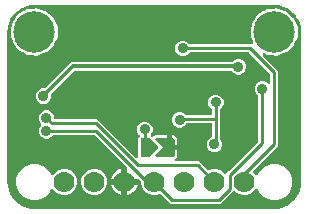
<source format=gbr>
G04 EAGLE Gerber RS-274X export*
G75*
%MOMM*%
%FSLAX34Y34*%
%LPD*%
%INBottom Copper*%
%IPPOS*%
%AMOC8*
5,1,8,0,0,1.08239X$1,22.5*%
G01*
%ADD10C,3.516000*%
%ADD11C,0.381000*%
%ADD12C,1.778000*%
%ADD13C,0.889000*%
%ADD14C,0.304800*%
%ADD15C,0.254000*%

G36*
X228622Y2543D02*
X228622Y2543D01*
X228700Y2545D01*
X232077Y2810D01*
X232145Y2824D01*
X232214Y2829D01*
X232370Y2869D01*
X238794Y4956D01*
X238901Y5006D01*
X239012Y5050D01*
X239063Y5083D01*
X239082Y5091D01*
X239097Y5104D01*
X239148Y5136D01*
X244612Y9107D01*
X244699Y9188D01*
X244746Y9227D01*
X244752Y9231D01*
X244753Y9232D01*
X244791Y9264D01*
X244829Y9310D01*
X244844Y9324D01*
X244855Y9342D01*
X244893Y9388D01*
X248864Y14852D01*
X248921Y14956D01*
X248985Y15056D01*
X249007Y15113D01*
X249017Y15131D01*
X249022Y15151D01*
X249044Y15206D01*
X251131Y21630D01*
X251144Y21698D01*
X251167Y21764D01*
X251190Y21923D01*
X251455Y25300D01*
X251455Y25304D01*
X251456Y25307D01*
X251455Y25326D01*
X251459Y25400D01*
X251459Y152400D01*
X251457Y152422D01*
X251455Y152500D01*
X251190Y155877D01*
X251176Y155945D01*
X251171Y156014D01*
X251131Y156170D01*
X249044Y162594D01*
X248993Y162701D01*
X248950Y162812D01*
X248917Y162863D01*
X248909Y162882D01*
X248896Y162897D01*
X248864Y162948D01*
X247171Y165278D01*
X247153Y165297D01*
X247139Y165320D01*
X247044Y165413D01*
X246953Y165509D01*
X246931Y165524D01*
X246912Y165542D01*
X246798Y165608D01*
X246792Y165624D01*
X246789Y165651D01*
X246740Y165775D01*
X246697Y165900D01*
X246682Y165922D01*
X246672Y165947D01*
X246586Y166083D01*
X244893Y168412D01*
X244812Y168499D01*
X244736Y168591D01*
X244690Y168629D01*
X244676Y168644D01*
X244658Y168655D01*
X244612Y168693D01*
X239148Y172664D01*
X239044Y172721D01*
X238944Y172785D01*
X238887Y172807D01*
X238869Y172817D01*
X238849Y172822D01*
X238794Y172844D01*
X232370Y174931D01*
X232302Y174944D01*
X232236Y174967D01*
X232077Y174990D01*
X228700Y175255D01*
X228678Y175254D01*
X228600Y175259D01*
X25400Y175259D01*
X25378Y175257D01*
X25300Y175255D01*
X21923Y174990D01*
X21855Y174976D01*
X21786Y174971D01*
X21630Y174931D01*
X18892Y174041D01*
X18867Y174030D01*
X18841Y174024D01*
X18724Y173963D01*
X18604Y173906D01*
X18583Y173889D01*
X18560Y173877D01*
X18462Y173789D01*
X18445Y173788D01*
X18418Y173793D01*
X18286Y173785D01*
X18153Y173783D01*
X18128Y173775D01*
X18101Y173774D01*
X17945Y173734D01*
X15206Y172844D01*
X15099Y172793D01*
X14988Y172750D01*
X14937Y172717D01*
X14918Y172709D01*
X14903Y172696D01*
X14852Y172664D01*
X9388Y168693D01*
X9301Y168612D01*
X9209Y168536D01*
X9171Y168490D01*
X9156Y168476D01*
X9145Y168458D01*
X9107Y168412D01*
X5136Y162948D01*
X5079Y162844D01*
X5015Y162744D01*
X4993Y162687D01*
X4983Y162669D01*
X4978Y162649D01*
X4956Y162594D01*
X2869Y156170D01*
X2856Y156102D01*
X2833Y156036D01*
X2810Y155877D01*
X2545Y152500D01*
X2546Y152478D01*
X2541Y152400D01*
X2541Y25400D01*
X2543Y25378D01*
X2545Y25300D01*
X2810Y21923D01*
X2824Y21855D01*
X2829Y21786D01*
X2869Y21630D01*
X4956Y15206D01*
X5006Y15099D01*
X5050Y14988D01*
X5083Y14937D01*
X5091Y14918D01*
X5104Y14903D01*
X5136Y14852D01*
X9107Y9388D01*
X9127Y9366D01*
X9138Y9348D01*
X9184Y9305D01*
X9188Y9301D01*
X9264Y9209D01*
X9310Y9171D01*
X9324Y9156D01*
X9342Y9145D01*
X9388Y9107D01*
X14852Y5136D01*
X14956Y5079D01*
X15056Y5015D01*
X15113Y4993D01*
X15131Y4983D01*
X15151Y4978D01*
X15206Y4956D01*
X21630Y2869D01*
X21698Y2856D01*
X21764Y2833D01*
X21923Y2810D01*
X25300Y2545D01*
X25322Y2546D01*
X25400Y2541D01*
X228600Y2541D01*
X228622Y2543D01*
G37*
%LPC*%
G36*
X140872Y6857D02*
X140872Y6857D01*
X138566Y9164D01*
X132657Y15072D01*
X132633Y15091D01*
X132614Y15113D01*
X132508Y15188D01*
X132406Y15267D01*
X132378Y15279D01*
X132354Y15296D01*
X132233Y15342D01*
X132114Y15394D01*
X132085Y15398D01*
X132057Y15409D01*
X131928Y15423D01*
X131800Y15444D01*
X131770Y15441D01*
X131741Y15444D01*
X131612Y15426D01*
X131483Y15414D01*
X131455Y15404D01*
X131426Y15400D01*
X131274Y15348D01*
X129173Y14477D01*
X124827Y14477D01*
X120813Y16140D01*
X117740Y19213D01*
X116077Y23227D01*
X116077Y24776D01*
X116065Y24874D01*
X116062Y24973D01*
X116045Y25032D01*
X116037Y25092D01*
X116001Y25184D01*
X115973Y25279D01*
X115943Y25331D01*
X115920Y25387D01*
X115862Y25468D01*
X115812Y25553D01*
X115746Y25628D01*
X115734Y25645D01*
X115724Y25653D01*
X115706Y25674D01*
X113852Y27528D01*
X113773Y27588D01*
X113701Y27656D01*
X113648Y27685D01*
X113600Y27722D01*
X113509Y27762D01*
X113423Y27810D01*
X113364Y27825D01*
X113309Y27849D01*
X113211Y27864D01*
X113115Y27889D01*
X113015Y27895D01*
X112994Y27899D01*
X112982Y27897D01*
X112954Y27899D01*
X104099Y27899D01*
X104099Y36754D01*
X104087Y36852D01*
X104084Y36951D01*
X104067Y37010D01*
X104059Y37070D01*
X104023Y37162D01*
X103995Y37257D01*
X103965Y37309D01*
X103942Y37365D01*
X103884Y37445D01*
X103834Y37531D01*
X103768Y37606D01*
X103756Y37623D01*
X103746Y37631D01*
X103728Y37652D01*
X76474Y64906D01*
X76395Y64966D01*
X76323Y65034D01*
X76270Y65063D01*
X76222Y65100D01*
X76131Y65140D01*
X76045Y65188D01*
X75986Y65203D01*
X75931Y65227D01*
X75833Y65242D01*
X75737Y65267D01*
X75637Y65273D01*
X75616Y65277D01*
X75604Y65275D01*
X75576Y65277D01*
X41944Y65277D01*
X41846Y65265D01*
X41747Y65262D01*
X41688Y65245D01*
X41628Y65237D01*
X41536Y65201D01*
X41441Y65173D01*
X41389Y65143D01*
X41333Y65120D01*
X41253Y65062D01*
X41167Y65012D01*
X41092Y64946D01*
X41075Y64934D01*
X41068Y64924D01*
X41046Y64906D01*
X39229Y63088D01*
X36849Y62102D01*
X34271Y62102D01*
X31891Y63088D01*
X30068Y64911D01*
X29082Y67291D01*
X29082Y69869D01*
X30068Y72249D01*
X30963Y73143D01*
X31035Y73237D01*
X31114Y73327D01*
X31133Y73363D01*
X31158Y73395D01*
X31205Y73504D01*
X31259Y73610D01*
X31268Y73649D01*
X31284Y73687D01*
X31303Y73804D01*
X31329Y73920D01*
X31327Y73961D01*
X31334Y74001D01*
X31323Y74119D01*
X31319Y74238D01*
X31308Y74277D01*
X31304Y74317D01*
X31264Y74430D01*
X31231Y74544D01*
X31210Y74578D01*
X31196Y74617D01*
X31129Y74715D01*
X31069Y74818D01*
X31029Y74863D01*
X31018Y74880D01*
X31002Y74893D01*
X30963Y74938D01*
X30068Y75833D01*
X29082Y78213D01*
X29082Y80791D01*
X30068Y83171D01*
X31891Y84994D01*
X34271Y85980D01*
X36849Y85980D01*
X39229Y84994D01*
X41052Y83171D01*
X42038Y80791D01*
X42038Y79629D01*
X42053Y79511D01*
X42060Y79392D01*
X42073Y79354D01*
X42078Y79313D01*
X42121Y79203D01*
X42158Y79090D01*
X42180Y79055D01*
X42195Y79018D01*
X42264Y78922D01*
X42328Y78821D01*
X42358Y78793D01*
X42381Y78760D01*
X42473Y78684D01*
X42560Y78603D01*
X42595Y78583D01*
X42626Y78558D01*
X42734Y78507D01*
X42838Y78449D01*
X42878Y78439D01*
X42914Y78422D01*
X43031Y78400D01*
X43146Y78370D01*
X43206Y78366D01*
X43226Y78362D01*
X43247Y78364D01*
X43307Y78360D01*
X78827Y78360D01*
X81133Y76054D01*
X81133Y76053D01*
X111395Y45792D01*
X111504Y45707D01*
X111611Y45618D01*
X111630Y45610D01*
X111646Y45597D01*
X111774Y45542D01*
X111899Y45483D01*
X111919Y45479D01*
X111938Y45471D01*
X112076Y45449D01*
X112212Y45423D01*
X112232Y45424D01*
X112252Y45421D01*
X112391Y45434D01*
X112529Y45443D01*
X112548Y45449D01*
X112568Y45451D01*
X112700Y45498D01*
X112831Y45541D01*
X112849Y45551D01*
X112868Y45558D01*
X112983Y45636D01*
X113100Y45711D01*
X113114Y45726D01*
X113131Y45737D01*
X113223Y45841D01*
X113318Y45942D01*
X113328Y45960D01*
X113341Y45975D01*
X113405Y46099D01*
X113472Y46221D01*
X113477Y46241D01*
X113486Y46259D01*
X113516Y46394D01*
X113551Y46529D01*
X113553Y46557D01*
X113556Y46569D01*
X113555Y46589D01*
X113555Y46591D01*
X113556Y46594D01*
X113555Y46597D01*
X113561Y46690D01*
X113561Y46714D01*
X113549Y46812D01*
X113546Y46911D01*
X113537Y46941D01*
X113537Y62292D01*
X113551Y62345D01*
X113557Y62445D01*
X113561Y62466D01*
X113559Y62478D01*
X113561Y62506D01*
X113561Y62739D01*
X114358Y63535D01*
X114431Y63629D01*
X114510Y63719D01*
X114528Y63755D01*
X114553Y63787D01*
X114600Y63896D01*
X114654Y64002D01*
X114663Y64041D01*
X114679Y64078D01*
X114698Y64196D01*
X114724Y64312D01*
X114723Y64353D01*
X114729Y64393D01*
X114718Y64511D01*
X114714Y64630D01*
X114703Y64669D01*
X114699Y64709D01*
X114659Y64821D01*
X114626Y64936D01*
X114605Y64970D01*
X114592Y65008D01*
X114525Y65107D01*
X114464Y65210D01*
X114424Y65255D01*
X114413Y65272D01*
X114398Y65285D01*
X114358Y65330D01*
X113507Y66181D01*
X112521Y68561D01*
X112521Y71139D01*
X113507Y73519D01*
X115330Y75342D01*
X117710Y76328D01*
X120288Y76328D01*
X122668Y75342D01*
X124491Y73519D01*
X125477Y71139D01*
X125477Y68561D01*
X124491Y66181D01*
X124109Y65799D01*
X124036Y65705D01*
X123957Y65616D01*
X123939Y65580D01*
X123914Y65548D01*
X123866Y65438D01*
X123812Y65332D01*
X123804Y65293D01*
X123787Y65256D01*
X123769Y65138D01*
X123743Y65022D01*
X123744Y64982D01*
X123738Y64942D01*
X123749Y64823D01*
X123752Y64704D01*
X123764Y64665D01*
X123767Y64625D01*
X123808Y64513D01*
X123841Y64399D01*
X123861Y64364D01*
X123875Y64326D01*
X123942Y64227D01*
X124002Y64125D01*
X124042Y64079D01*
X124054Y64063D01*
X124069Y64049D01*
X124109Y64004D01*
X124287Y63826D01*
X124369Y63762D01*
X124426Y63708D01*
X124431Y63705D01*
X124451Y63688D01*
X124497Y63663D01*
X124538Y63631D01*
X124637Y63588D01*
X124731Y63538D01*
X124782Y63525D01*
X124830Y63504D01*
X124936Y63487D01*
X125040Y63462D01*
X125092Y63463D01*
X125144Y63454D01*
X125251Y63464D01*
X125358Y63466D01*
X125409Y63479D01*
X125461Y63484D01*
X125562Y63520D01*
X125665Y63548D01*
X125711Y63574D01*
X125760Y63592D01*
X125800Y63619D01*
X125807Y63622D01*
X125850Y63652D01*
X125942Y63705D01*
X126005Y63758D01*
X126023Y63770D01*
X126034Y63783D01*
X126065Y63809D01*
X126269Y64006D01*
X126274Y64012D01*
X126287Y64023D01*
X126610Y64346D01*
X127009Y64567D01*
X127016Y64571D01*
X127030Y64579D01*
X127427Y64807D01*
X127870Y64917D01*
X127877Y64920D01*
X127893Y64923D01*
X128335Y65042D01*
X128791Y65033D01*
X128799Y65034D01*
X128815Y65033D01*
X137796Y65033D01*
X137796Y62491D01*
X128770Y62491D01*
X128751Y62489D01*
X128731Y62491D01*
X128610Y62469D01*
X128489Y62451D01*
X128471Y62443D01*
X128451Y62440D01*
X128341Y62385D01*
X128229Y62335D01*
X128214Y62322D01*
X128196Y62314D01*
X128106Y62231D01*
X128012Y62152D01*
X128001Y62135D01*
X127987Y62122D01*
X127922Y62017D01*
X127855Y61915D01*
X127849Y61896D01*
X127838Y61879D01*
X127806Y61761D01*
X127769Y61644D01*
X127768Y61624D01*
X127763Y61605D01*
X127765Y61483D01*
X127761Y61360D01*
X127766Y61341D01*
X127767Y61321D01*
X127802Y61203D01*
X127833Y61085D01*
X127843Y61068D01*
X127849Y61049D01*
X127891Y60988D01*
X127979Y60840D01*
X128016Y60805D01*
X128039Y60772D01*
X133973Y54610D01*
X128039Y48448D01*
X128027Y48432D01*
X128012Y48420D01*
X127944Y48317D01*
X127872Y48218D01*
X127865Y48199D01*
X127855Y48183D01*
X127817Y48066D01*
X127776Y47950D01*
X127775Y47931D01*
X127769Y47912D01*
X127766Y47789D01*
X127758Y47667D01*
X127762Y47647D01*
X127761Y47628D01*
X127792Y47509D01*
X127819Y47389D01*
X127828Y47372D01*
X127833Y47353D01*
X127896Y47247D01*
X127955Y47139D01*
X127968Y47125D01*
X127979Y47108D01*
X128068Y47024D01*
X128154Y46937D01*
X128171Y46927D01*
X128186Y46914D01*
X128295Y46858D01*
X128402Y46798D01*
X128421Y46793D01*
X128439Y46784D01*
X128512Y46772D01*
X128679Y46733D01*
X128730Y46735D01*
X128770Y46729D01*
X142470Y46729D01*
X142528Y46737D01*
X142586Y46735D01*
X142668Y46757D01*
X142752Y46769D01*
X142805Y46793D01*
X142861Y46807D01*
X142934Y46850D01*
X143011Y46885D01*
X143056Y46923D01*
X143106Y46953D01*
X143164Y47014D01*
X143228Y47069D01*
X143260Y47117D01*
X143300Y47160D01*
X143339Y47235D01*
X143386Y47305D01*
X143403Y47361D01*
X143430Y47413D01*
X143441Y47481D01*
X143471Y47576D01*
X143474Y47676D01*
X143485Y47744D01*
X143485Y52706D01*
X146051Y52706D01*
X146051Y48267D01*
X146037Y48214D01*
X146028Y48077D01*
X146027Y48067D01*
X146027Y48062D01*
X146027Y48053D01*
X146027Y47276D01*
X145784Y46371D01*
X145316Y45560D01*
X144596Y44839D01*
X144511Y44730D01*
X144422Y44623D01*
X144413Y44604D01*
X144401Y44588D01*
X144345Y44460D01*
X144286Y44335D01*
X144282Y44315D01*
X144274Y44296D01*
X144252Y44158D01*
X144226Y44022D01*
X144228Y44002D01*
X144224Y43982D01*
X144237Y43843D01*
X144246Y43705D01*
X144252Y43686D01*
X144254Y43666D01*
X144301Y43535D01*
X144344Y43403D01*
X144355Y43385D01*
X144362Y43366D01*
X144440Y43252D01*
X144514Y43134D01*
X144529Y43120D01*
X144540Y43103D01*
X144644Y43011D01*
X144746Y42916D01*
X144764Y42906D01*
X144779Y42893D01*
X144902Y42830D01*
X145024Y42762D01*
X145044Y42757D01*
X145062Y42748D01*
X145198Y42718D01*
X145332Y42683D01*
X145360Y42681D01*
X145372Y42678D01*
X145393Y42679D01*
X145493Y42673D01*
X165198Y42673D01*
X167504Y40367D01*
X167504Y40366D01*
X172143Y35728D01*
X172167Y35709D01*
X172186Y35687D01*
X172292Y35612D01*
X172394Y35533D01*
X172422Y35521D01*
X172446Y35504D01*
X172567Y35458D01*
X172686Y35406D01*
X172715Y35402D01*
X172743Y35391D01*
X172872Y35377D01*
X173000Y35356D01*
X173030Y35359D01*
X173059Y35356D01*
X173188Y35374D01*
X173317Y35386D01*
X173345Y35396D01*
X173374Y35400D01*
X173526Y35452D01*
X175627Y36323D01*
X179973Y36323D01*
X183987Y34660D01*
X186101Y32546D01*
X186195Y32473D01*
X186284Y32395D01*
X186320Y32376D01*
X186352Y32351D01*
X186461Y32304D01*
X186567Y32250D01*
X186607Y32241D01*
X186644Y32225D01*
X186762Y32206D01*
X186877Y32180D01*
X186918Y32182D01*
X186958Y32175D01*
X187076Y32186D01*
X187195Y32190D01*
X187234Y32201D01*
X187274Y32205D01*
X187387Y32245D01*
X187501Y32278D01*
X187536Y32299D01*
X187574Y32313D01*
X187672Y32380D01*
X187775Y32440D01*
X187820Y32480D01*
X187837Y32491D01*
X187850Y32507D01*
X187896Y32546D01*
X190012Y34662D01*
X214766Y59416D01*
X214826Y59495D01*
X214894Y59567D01*
X214923Y59620D01*
X214960Y59668D01*
X215000Y59759D01*
X215048Y59845D01*
X215063Y59904D01*
X215087Y59959D01*
X215102Y60057D01*
X215127Y60153D01*
X215133Y60253D01*
X215137Y60274D01*
X215135Y60286D01*
X215137Y60314D01*
X215137Y97756D01*
X215125Y97854D01*
X215122Y97953D01*
X215105Y98012D01*
X215097Y98072D01*
X215061Y98164D01*
X215033Y98259D01*
X215003Y98311D01*
X214980Y98367D01*
X214922Y98447D01*
X214872Y98533D01*
X214806Y98608D01*
X214794Y98625D01*
X214784Y98632D01*
X214766Y98654D01*
X212948Y100471D01*
X211962Y102851D01*
X211962Y105429D01*
X212948Y107809D01*
X214771Y109632D01*
X217151Y110618D01*
X219729Y110618D01*
X222109Y109632D01*
X223131Y108610D01*
X223240Y108526D01*
X223347Y108436D01*
X223366Y108428D01*
X223382Y108415D01*
X223509Y108360D01*
X223635Y108301D01*
X223655Y108297D01*
X223674Y108289D01*
X223812Y108267D01*
X223948Y108241D01*
X223968Y108242D01*
X223988Y108239D01*
X224127Y108252D01*
X224265Y108261D01*
X224284Y108267D01*
X224304Y108269D01*
X224436Y108316D01*
X224567Y108359D01*
X224585Y108370D01*
X224604Y108377D01*
X224719Y108455D01*
X224836Y108529D01*
X224850Y108544D01*
X224867Y108555D01*
X224959Y108659D01*
X225054Y108761D01*
X225064Y108779D01*
X225077Y108794D01*
X225140Y108917D01*
X225208Y109039D01*
X225213Y109059D01*
X225222Y109077D01*
X225252Y109213D01*
X225287Y109347D01*
X225289Y109375D01*
X225292Y109387D01*
X225291Y109408D01*
X225297Y109508D01*
X225297Y116216D01*
X225285Y116314D01*
X225282Y116413D01*
X225265Y116472D01*
X225257Y116532D01*
X225221Y116624D01*
X225193Y116719D01*
X225163Y116771D01*
X225140Y116827D01*
X225082Y116907D01*
X225032Y116993D01*
X224966Y117068D01*
X224954Y117085D01*
X224944Y117093D01*
X224926Y117114D01*
X207284Y134756D01*
X207205Y134816D01*
X207133Y134884D01*
X207080Y134913D01*
X207032Y134950D01*
X206941Y134990D01*
X206855Y135038D01*
X206796Y135053D01*
X206741Y135077D01*
X206643Y135092D01*
X206547Y135117D01*
X206447Y135123D01*
X206426Y135127D01*
X206414Y135125D01*
X206386Y135127D01*
X157514Y135127D01*
X157416Y135115D01*
X157317Y135112D01*
X157258Y135095D01*
X157198Y135087D01*
X157106Y135051D01*
X157011Y135023D01*
X156959Y134993D01*
X156903Y134970D01*
X156823Y134912D01*
X156737Y134862D01*
X156662Y134796D01*
X156645Y134784D01*
X156638Y134774D01*
X156616Y134756D01*
X154799Y132938D01*
X152419Y131952D01*
X149841Y131952D01*
X147461Y132938D01*
X145638Y134761D01*
X144652Y137141D01*
X144652Y139719D01*
X145638Y142099D01*
X147461Y143922D01*
X149841Y144908D01*
X152419Y144908D01*
X154799Y143922D01*
X156616Y142104D01*
X156695Y142044D01*
X156767Y141976D01*
X156820Y141947D01*
X156868Y141910D01*
X156959Y141870D01*
X157045Y141822D01*
X157104Y141807D01*
X157160Y141783D01*
X157258Y141768D01*
X157353Y141743D01*
X157453Y141737D01*
X157474Y141733D01*
X157486Y141735D01*
X157514Y141733D01*
X209518Y141733D01*
X209557Y141738D01*
X209597Y141735D01*
X209715Y141758D01*
X209834Y141773D01*
X209871Y141787D01*
X209910Y141795D01*
X210018Y141846D01*
X210129Y141890D01*
X210161Y141913D01*
X210197Y141930D01*
X210290Y142006D01*
X210387Y142076D01*
X210412Y142107D01*
X210443Y142132D01*
X210513Y142229D01*
X210589Y142321D01*
X210606Y142357D01*
X210630Y142390D01*
X210674Y142501D01*
X210725Y142609D01*
X210732Y142648D01*
X210747Y142685D01*
X210762Y142804D01*
X210785Y142921D01*
X210782Y142961D01*
X210787Y143001D01*
X210772Y143119D01*
X210765Y143239D01*
X210753Y143277D01*
X210748Y143316D01*
X210704Y143427D01*
X210667Y143541D01*
X210646Y143575D01*
X210631Y143612D01*
X210545Y143748D01*
X210208Y144211D01*
X209647Y146849D01*
X209636Y146883D01*
X209631Y146919D01*
X209579Y147071D01*
X208987Y148499D01*
X208987Y149822D01*
X208981Y149874D01*
X208983Y149926D01*
X208960Y150086D01*
X208468Y152400D01*
X208960Y154714D01*
X208964Y154767D01*
X208977Y154817D01*
X208987Y154978D01*
X208987Y156301D01*
X209579Y157729D01*
X209588Y157763D01*
X209604Y157795D01*
X209647Y157951D01*
X210208Y160589D01*
X211411Y162244D01*
X211444Y162305D01*
X211486Y162360D01*
X211557Y162504D01*
X211973Y163510D01*
X213209Y164746D01*
X213221Y164761D01*
X213236Y164773D01*
X213339Y164897D01*
X215129Y167361D01*
X216631Y168228D01*
X216699Y168280D01*
X216773Y168324D01*
X216875Y168414D01*
X216884Y168421D01*
X216887Y168424D01*
X216893Y168430D01*
X217490Y169027D01*
X219266Y169762D01*
X219268Y169764D01*
X219271Y169764D01*
X219415Y169836D01*
X222379Y171547D01*
X223798Y171696D01*
X223898Y171720D01*
X223999Y171734D01*
X224087Y171764D01*
X224108Y171769D01*
X224120Y171775D01*
X224151Y171786D01*
X224699Y172013D01*
X226743Y172013D01*
X226760Y172015D01*
X226876Y172020D01*
X230704Y172422D01*
X231773Y172075D01*
X231890Y172053D01*
X232005Y172023D01*
X232065Y172019D01*
X232085Y172015D01*
X232106Y172017D01*
X232165Y172013D01*
X232501Y172013D01*
X234409Y171222D01*
X234430Y171217D01*
X234503Y171188D01*
X238666Y169835D01*
X239278Y169285D01*
X239389Y169207D01*
X239497Y169126D01*
X239527Y169111D01*
X239539Y169103D01*
X239559Y169096D01*
X239641Y169055D01*
X239710Y169027D01*
X241005Y167732D01*
X241019Y167721D01*
X241053Y167686D01*
X244710Y164393D01*
X244732Y164378D01*
X244750Y164359D01*
X244862Y164288D01*
X244910Y164254D01*
X244914Y164217D01*
X244924Y164192D01*
X244929Y164166D01*
X244985Y164015D01*
X245100Y163756D01*
X245179Y163626D01*
X245450Y162971D01*
X245455Y162962D01*
X245463Y162941D01*
X248292Y156586D01*
X248292Y148214D01*
X245463Y141859D01*
X245460Y141849D01*
X245450Y141829D01*
X245194Y141211D01*
X245175Y141187D01*
X245170Y141179D01*
X245168Y141175D01*
X245163Y141164D01*
X245100Y141044D01*
X244887Y140566D01*
X241053Y137114D01*
X241041Y137100D01*
X241005Y137068D01*
X239710Y135773D01*
X239641Y135745D01*
X239524Y135678D01*
X239404Y135615D01*
X239377Y135594D01*
X239365Y135587D01*
X239350Y135572D01*
X239278Y135515D01*
X238666Y134965D01*
X234502Y133612D01*
X234483Y133603D01*
X234409Y133577D01*
X232501Y132787D01*
X232165Y132787D01*
X232047Y132772D01*
X231929Y132765D01*
X231870Y132750D01*
X231850Y132747D01*
X231831Y132740D01*
X231773Y132725D01*
X230704Y132378D01*
X226876Y132780D01*
X226858Y132780D01*
X226743Y132787D01*
X224699Y132787D01*
X224151Y133014D01*
X224052Y133041D01*
X223957Y133077D01*
X223865Y133092D01*
X223844Y133098D01*
X223831Y133098D01*
X223798Y133104D01*
X222379Y133253D01*
X220670Y134239D01*
X220531Y134298D01*
X220390Y134359D01*
X220383Y134360D01*
X220377Y134363D01*
X220228Y134385D01*
X220076Y134409D01*
X220069Y134408D01*
X220062Y134409D01*
X219912Y134393D01*
X219759Y134379D01*
X219753Y134377D01*
X219746Y134376D01*
X219605Y134323D01*
X219460Y134271D01*
X219454Y134268D01*
X219448Y134265D01*
X219324Y134179D01*
X219197Y134093D01*
X219192Y134088D01*
X219187Y134084D01*
X219087Y133969D01*
X218986Y133854D01*
X218983Y133848D01*
X218979Y133843D01*
X218911Y133707D01*
X218842Y133571D01*
X218840Y133565D01*
X218837Y133559D01*
X218805Y133408D01*
X218772Y133261D01*
X218772Y133254D01*
X218771Y133248D01*
X218777Y133095D01*
X218782Y132943D01*
X218784Y132937D01*
X218784Y132930D01*
X218828Y132784D01*
X218870Y132638D01*
X218874Y132632D01*
X218875Y132625D01*
X218954Y132496D01*
X219032Y132364D01*
X219038Y132357D01*
X219040Y132353D01*
X219047Y132346D01*
X219138Y132243D01*
X231903Y119478D01*
X231903Y55782D01*
X210981Y34861D01*
X210908Y34766D01*
X210830Y34677D01*
X210811Y34641D01*
X210786Y34609D01*
X210739Y34500D01*
X210685Y34394D01*
X210676Y34355D01*
X210660Y34318D01*
X210641Y34200D01*
X210615Y34084D01*
X210617Y34043D01*
X210610Y34003D01*
X210621Y33885D01*
X210625Y33766D01*
X210636Y33727D01*
X210640Y33687D01*
X210680Y33575D01*
X210713Y33460D01*
X210734Y33426D01*
X210748Y33388D01*
X210815Y33289D01*
X210875Y33186D01*
X210915Y33141D01*
X210926Y33124D01*
X210942Y33111D01*
X210981Y33066D01*
X212511Y31536D01*
X212524Y31511D01*
X212538Y31496D01*
X212548Y31479D01*
X212644Y31379D01*
X212738Y31276D01*
X212755Y31265D01*
X212769Y31250D01*
X212888Y31177D01*
X213004Y31101D01*
X213023Y31094D01*
X213040Y31084D01*
X213173Y31043D01*
X213305Y30998D01*
X213325Y30996D01*
X213344Y30990D01*
X213483Y30984D01*
X213622Y30972D01*
X213642Y30976D01*
X213662Y30975D01*
X213798Y31003D01*
X213935Y31027D01*
X213953Y31035D01*
X213973Y31039D01*
X214098Y31100D01*
X214225Y31157D01*
X214241Y31170D01*
X214259Y31179D01*
X214365Y31269D01*
X214474Y31356D01*
X214486Y31372D01*
X214501Y31385D01*
X214581Y31499D01*
X214665Y31610D01*
X214677Y31635D01*
X214684Y31645D01*
X214691Y31664D01*
X214736Y31755D01*
X215680Y34033D01*
X219967Y38320D01*
X225568Y40641D01*
X231632Y40641D01*
X237233Y38320D01*
X241520Y34033D01*
X243841Y28432D01*
X243841Y22368D01*
X241520Y16767D01*
X237233Y12480D01*
X231632Y10159D01*
X225568Y10159D01*
X219967Y12480D01*
X215680Y16767D01*
X214736Y19045D01*
X214667Y19166D01*
X214602Y19289D01*
X214588Y19304D01*
X214578Y19322D01*
X214481Y19422D01*
X214388Y19525D01*
X214371Y19536D01*
X214357Y19550D01*
X214238Y19623D01*
X214122Y19699D01*
X214103Y19706D01*
X214086Y19716D01*
X213953Y19757D01*
X213821Y19802D01*
X213801Y19804D01*
X213782Y19810D01*
X213643Y19816D01*
X213504Y19828D01*
X213484Y19824D01*
X213464Y19825D01*
X213328Y19797D01*
X213191Y19773D01*
X213172Y19765D01*
X213153Y19761D01*
X213027Y19699D01*
X212901Y19642D01*
X212885Y19630D01*
X212867Y19621D01*
X212761Y19530D01*
X212652Y19444D01*
X212640Y19428D01*
X212625Y19415D01*
X212545Y19301D01*
X212536Y19289D01*
X209387Y16140D01*
X205373Y14477D01*
X201027Y14477D01*
X197013Y16140D01*
X195534Y17619D01*
X195440Y17692D01*
X195351Y17770D01*
X195315Y17789D01*
X195283Y17814D01*
X195174Y17861D01*
X195068Y17915D01*
X195028Y17924D01*
X194991Y17940D01*
X194873Y17959D01*
X194758Y17985D01*
X194717Y17983D01*
X194677Y17990D01*
X194559Y17979D01*
X194440Y17975D01*
X194401Y17964D01*
X194361Y17960D01*
X194248Y17920D01*
X194134Y17887D01*
X194099Y17866D01*
X194061Y17852D01*
X193963Y17785D01*
X193860Y17725D01*
X193815Y17685D01*
X193798Y17674D01*
X193785Y17658D01*
X193739Y17619D01*
X182978Y6857D01*
X140872Y6857D01*
G37*
%LPD*%
%LPC*%
G36*
X31731Y91566D02*
X31731Y91566D01*
X29351Y92552D01*
X27528Y94375D01*
X26542Y96755D01*
X26542Y99333D01*
X27528Y101713D01*
X29351Y103536D01*
X31731Y104522D01*
X33942Y104522D01*
X34040Y104534D01*
X34139Y104537D01*
X34197Y104554D01*
X34258Y104562D01*
X34350Y104598D01*
X34445Y104626D01*
X34497Y104656D01*
X34553Y104679D01*
X34633Y104737D01*
X34719Y104787D01*
X34794Y104853D01*
X34811Y104865D01*
X34818Y104875D01*
X34840Y104893D01*
X56693Y126747D01*
X192380Y126747D01*
X192478Y126759D01*
X192577Y126762D01*
X192636Y126779D01*
X192696Y126787D01*
X192788Y126823D01*
X192883Y126851D01*
X192935Y126881D01*
X192991Y126904D01*
X193071Y126962D01*
X193157Y127012D01*
X193232Y127078D01*
X193249Y127090D01*
X193256Y127100D01*
X193278Y127118D01*
X194451Y128292D01*
X196831Y129278D01*
X199409Y129278D01*
X201789Y128292D01*
X203612Y126469D01*
X204598Y124089D01*
X204598Y121511D01*
X203612Y119131D01*
X201789Y117308D01*
X199409Y116322D01*
X196831Y116322D01*
X194451Y117308D01*
X192498Y119262D01*
X192419Y119322D01*
X192347Y119390D01*
X192294Y119419D01*
X192246Y119456D01*
X192155Y119496D01*
X192069Y119544D01*
X192010Y119559D01*
X191954Y119583D01*
X191856Y119598D01*
X191761Y119623D01*
X191661Y119629D01*
X191640Y119633D01*
X191628Y119631D01*
X191600Y119633D01*
X60165Y119633D01*
X60067Y119621D01*
X59968Y119618D01*
X59910Y119601D01*
X59849Y119593D01*
X59757Y119557D01*
X59662Y119529D01*
X59610Y119499D01*
X59554Y119476D01*
X59474Y119418D01*
X59388Y119368D01*
X59313Y119302D01*
X59296Y119290D01*
X59289Y119280D01*
X59267Y119262D01*
X39869Y99864D01*
X39809Y99785D01*
X39741Y99713D01*
X39712Y99660D01*
X39675Y99612D01*
X39635Y99521D01*
X39587Y99435D01*
X39572Y99376D01*
X39548Y99320D01*
X39533Y99222D01*
X39508Y99127D01*
X39502Y99027D01*
X39498Y99006D01*
X39500Y98994D01*
X39498Y98966D01*
X39498Y96755D01*
X38512Y94375D01*
X36689Y92552D01*
X34309Y91566D01*
X31731Y91566D01*
G37*
%LPD*%
%LPC*%
G36*
X23676Y132780D02*
X23676Y132780D01*
X23658Y132780D01*
X23543Y132787D01*
X21499Y132787D01*
X20951Y133014D01*
X20852Y133041D01*
X20757Y133077D01*
X20665Y133092D01*
X20644Y133098D01*
X20631Y133098D01*
X20598Y133104D01*
X19179Y133253D01*
X16215Y134964D01*
X16213Y134965D01*
X16210Y134967D01*
X16066Y135038D01*
X14290Y135773D01*
X13693Y136370D01*
X13626Y136422D01*
X13565Y136483D01*
X13451Y136558D01*
X13442Y136565D01*
X13438Y136567D01*
X13431Y136572D01*
X11929Y137439D01*
X10139Y139903D01*
X10126Y139917D01*
X10116Y139933D01*
X10009Y140054D01*
X8773Y141290D01*
X8357Y142296D01*
X8322Y142356D01*
X8297Y142420D01*
X8211Y142556D01*
X7008Y144211D01*
X6447Y146849D01*
X6436Y146883D01*
X6431Y146919D01*
X6379Y147071D01*
X5787Y148499D01*
X5787Y149822D01*
X5781Y149874D01*
X5783Y149926D01*
X5760Y150086D01*
X5268Y152400D01*
X5760Y154714D01*
X5764Y154767D01*
X5777Y154817D01*
X5787Y154978D01*
X5787Y156301D01*
X6379Y157729D01*
X6388Y157763D01*
X6404Y157795D01*
X6447Y157951D01*
X7008Y160589D01*
X8211Y162244D01*
X8244Y162305D01*
X8286Y162360D01*
X8357Y162504D01*
X8773Y163510D01*
X10009Y164746D01*
X10021Y164761D01*
X10036Y164773D01*
X10139Y164897D01*
X11929Y167361D01*
X13431Y168228D01*
X13499Y168280D01*
X13573Y168324D01*
X13675Y168414D01*
X13684Y168421D01*
X13687Y168424D01*
X13693Y168430D01*
X14290Y169027D01*
X16066Y169762D01*
X16068Y169764D01*
X16071Y169764D01*
X16215Y169836D01*
X18972Y171428D01*
X18993Y171444D01*
X19017Y171455D01*
X19120Y171540D01*
X19166Y171575D01*
X19203Y171568D01*
X19229Y171569D01*
X19256Y171565D01*
X19416Y171572D01*
X20598Y171696D01*
X20698Y171720D01*
X20799Y171734D01*
X20887Y171764D01*
X20908Y171769D01*
X20920Y171775D01*
X20951Y171786D01*
X21499Y172013D01*
X23543Y172013D01*
X23560Y172015D01*
X23676Y172020D01*
X27504Y172422D01*
X28573Y172075D01*
X28690Y172053D01*
X28805Y172023D01*
X28865Y172019D01*
X28885Y172015D01*
X28906Y172017D01*
X28965Y172013D01*
X29301Y172013D01*
X31209Y171222D01*
X31230Y171217D01*
X31303Y171188D01*
X35466Y169835D01*
X36078Y169285D01*
X36189Y169207D01*
X36297Y169126D01*
X36327Y169111D01*
X36339Y169103D01*
X36359Y169096D01*
X36441Y169055D01*
X36510Y169027D01*
X37805Y167732D01*
X37819Y167721D01*
X37853Y167686D01*
X41687Y164234D01*
X41900Y163756D01*
X41979Y163626D01*
X42250Y162971D01*
X42255Y162962D01*
X42263Y162941D01*
X45092Y156586D01*
X45092Y148214D01*
X42263Y141859D01*
X42260Y141849D01*
X42250Y141829D01*
X41994Y141211D01*
X41975Y141187D01*
X41970Y141179D01*
X41968Y141175D01*
X41963Y141164D01*
X41900Y141044D01*
X41687Y140566D01*
X37853Y137114D01*
X37841Y137100D01*
X37805Y137068D01*
X36510Y135773D01*
X36441Y135745D01*
X36324Y135678D01*
X36204Y135615D01*
X36177Y135594D01*
X36165Y135587D01*
X36150Y135572D01*
X36078Y135515D01*
X35466Y134965D01*
X31302Y133612D01*
X31283Y133603D01*
X31209Y133577D01*
X29301Y132787D01*
X28965Y132787D01*
X28847Y132772D01*
X28729Y132765D01*
X28670Y132750D01*
X28650Y132747D01*
X28631Y132740D01*
X28573Y132725D01*
X27504Y132378D01*
X23676Y132780D01*
G37*
%LPD*%
%LPC*%
G36*
X22368Y10159D02*
X22368Y10159D01*
X16767Y12480D01*
X12480Y16767D01*
X10159Y22368D01*
X10159Y28432D01*
X12480Y34033D01*
X16767Y38320D01*
X22368Y40641D01*
X28432Y40641D01*
X34033Y38320D01*
X38320Y34033D01*
X39264Y31755D01*
X39333Y31634D01*
X39398Y31511D01*
X39412Y31496D01*
X39422Y31478D01*
X39519Y31378D01*
X39612Y31276D01*
X39629Y31265D01*
X39643Y31250D01*
X39762Y31177D01*
X39878Y31101D01*
X39897Y31094D01*
X39914Y31084D01*
X40047Y31043D01*
X40179Y30998D01*
X40199Y30996D01*
X40218Y30990D01*
X40357Y30984D01*
X40496Y30973D01*
X40516Y30976D01*
X40536Y30975D01*
X40672Y31003D01*
X40809Y31027D01*
X40827Y31035D01*
X40847Y31039D01*
X40973Y31101D01*
X41099Y31158D01*
X41115Y31170D01*
X41133Y31179D01*
X41239Y31270D01*
X41347Y31356D01*
X41360Y31372D01*
X41375Y31385D01*
X41455Y31500D01*
X41464Y31511D01*
X44613Y34660D01*
X48627Y36323D01*
X52973Y36323D01*
X56987Y34660D01*
X60060Y31587D01*
X61723Y27573D01*
X61723Y23227D01*
X60060Y19213D01*
X56987Y16140D01*
X52973Y14477D01*
X48627Y14477D01*
X44613Y16140D01*
X41489Y19264D01*
X41476Y19289D01*
X41462Y19304D01*
X41452Y19321D01*
X41355Y19422D01*
X41262Y19524D01*
X41245Y19535D01*
X41231Y19550D01*
X41112Y19623D01*
X40996Y19699D01*
X40977Y19706D01*
X40960Y19716D01*
X40827Y19757D01*
X40695Y19802D01*
X40675Y19804D01*
X40656Y19810D01*
X40517Y19816D01*
X40378Y19828D01*
X40358Y19824D01*
X40338Y19825D01*
X40202Y19797D01*
X40065Y19773D01*
X40046Y19765D01*
X40027Y19761D01*
X39902Y19700D01*
X39775Y19643D01*
X39759Y19630D01*
X39741Y19621D01*
X39635Y19531D01*
X39526Y19444D01*
X39514Y19428D01*
X39499Y19415D01*
X39419Y19301D01*
X39335Y19190D01*
X39323Y19165D01*
X39316Y19155D01*
X39309Y19136D01*
X39264Y19045D01*
X38320Y16767D01*
X34033Y12480D01*
X28432Y10159D01*
X22368Y10159D01*
G37*
%LPD*%
%LPC*%
G36*
X176511Y50672D02*
X176511Y50672D01*
X174131Y51658D01*
X172308Y53481D01*
X171322Y55861D01*
X171322Y58439D01*
X172308Y60819D01*
X174131Y62642D01*
X174984Y62995D01*
X175009Y63010D01*
X175037Y63019D01*
X175147Y63088D01*
X175260Y63152D01*
X175281Y63173D01*
X175306Y63189D01*
X175395Y63283D01*
X175488Y63374D01*
X175504Y63399D01*
X175524Y63420D01*
X175587Y63534D01*
X175655Y63645D01*
X175663Y63673D01*
X175678Y63699D01*
X175710Y63825D01*
X175748Y63949D01*
X175750Y63978D01*
X175757Y64007D01*
X175767Y64168D01*
X175767Y74168D01*
X175752Y74286D01*
X175745Y74405D01*
X175732Y74443D01*
X175727Y74484D01*
X175684Y74594D01*
X175647Y74707D01*
X175625Y74742D01*
X175610Y74779D01*
X175541Y74875D01*
X175477Y74976D01*
X175447Y75004D01*
X175424Y75037D01*
X175332Y75113D01*
X175245Y75194D01*
X175210Y75214D01*
X175179Y75239D01*
X175071Y75290D01*
X174967Y75348D01*
X174927Y75358D01*
X174891Y75375D01*
X174774Y75397D01*
X174659Y75427D01*
X174599Y75431D01*
X174579Y75435D01*
X174558Y75433D01*
X174498Y75437D01*
X155231Y75437D01*
X155202Y75434D01*
X155172Y75436D01*
X155044Y75414D01*
X154916Y75397D01*
X154888Y75387D01*
X154859Y75382D01*
X154741Y75328D01*
X154620Y75280D01*
X154596Y75263D01*
X154569Y75251D01*
X154468Y75170D01*
X154363Y75094D01*
X154344Y75071D01*
X154321Y75052D01*
X154243Y74949D01*
X154160Y74849D01*
X154147Y74822D01*
X154129Y74798D01*
X154059Y74654D01*
X153885Y74234D01*
X152062Y72411D01*
X149682Y71425D01*
X147104Y71425D01*
X144724Y72411D01*
X142901Y74234D01*
X141915Y76614D01*
X141915Y79192D01*
X142901Y81572D01*
X144724Y83395D01*
X147104Y84381D01*
X149682Y84381D01*
X152062Y83395D01*
X153042Y82414D01*
X153121Y82354D01*
X153193Y82286D01*
X153246Y82257D01*
X153294Y82220D01*
X153385Y82180D01*
X153471Y82132D01*
X153530Y82117D01*
X153586Y82093D01*
X153684Y82078D01*
X153779Y82053D01*
X153879Y82047D01*
X153900Y82043D01*
X153912Y82045D01*
X153940Y82043D01*
X174498Y82043D01*
X174616Y82058D01*
X174735Y82065D01*
X174773Y82078D01*
X174814Y82083D01*
X174924Y82126D01*
X175037Y82163D01*
X175072Y82185D01*
X175109Y82200D01*
X175205Y82269D01*
X175306Y82333D01*
X175334Y82363D01*
X175367Y82386D01*
X175443Y82478D01*
X175524Y82565D01*
X175544Y82600D01*
X175569Y82631D01*
X175620Y82739D01*
X175678Y82843D01*
X175688Y82883D01*
X175705Y82919D01*
X175727Y83036D01*
X175757Y83151D01*
X175761Y83211D01*
X175765Y83231D01*
X175763Y83252D01*
X175767Y83312D01*
X175767Y86326D01*
X175755Y86424D01*
X175752Y86523D01*
X175745Y86547D01*
X175745Y86548D01*
X175742Y86556D01*
X175735Y86582D01*
X175727Y86642D01*
X175691Y86734D01*
X175663Y86829D01*
X175633Y86881D01*
X175610Y86937D01*
X175552Y87017D01*
X175502Y87103D01*
X175436Y87178D01*
X175424Y87195D01*
X175414Y87202D01*
X175396Y87224D01*
X173578Y89041D01*
X172592Y91421D01*
X172592Y93999D01*
X173578Y96379D01*
X175401Y98202D01*
X177781Y99188D01*
X180359Y99188D01*
X182739Y98202D01*
X184562Y96379D01*
X185548Y93999D01*
X185548Y91421D01*
X184562Y89041D01*
X182744Y87224D01*
X182684Y87145D01*
X182616Y87073D01*
X182587Y87020D01*
X182550Y86972D01*
X182510Y86881D01*
X182462Y86795D01*
X182447Y86736D01*
X182423Y86680D01*
X182408Y86582D01*
X182383Y86487D01*
X182378Y86404D01*
X182375Y86392D01*
X182376Y86382D01*
X182373Y86366D01*
X182375Y86354D01*
X182373Y86326D01*
X182373Y62264D01*
X182385Y62166D01*
X182388Y62067D01*
X182405Y62008D01*
X182413Y61948D01*
X182449Y61856D01*
X182477Y61761D01*
X182507Y61709D01*
X182530Y61653D01*
X182588Y61573D01*
X182638Y61487D01*
X182704Y61412D01*
X182716Y61395D01*
X182726Y61388D01*
X182744Y61366D01*
X183292Y60819D01*
X184278Y58439D01*
X184278Y55861D01*
X183292Y53481D01*
X181469Y51658D01*
X179089Y50672D01*
X176511Y50672D01*
G37*
%LPD*%
%LPC*%
G36*
X74027Y14477D02*
X74027Y14477D01*
X70013Y16140D01*
X66940Y19213D01*
X65277Y23227D01*
X65277Y27573D01*
X66940Y31587D01*
X70013Y34660D01*
X74027Y36323D01*
X78373Y36323D01*
X82387Y34660D01*
X85460Y31587D01*
X87123Y27573D01*
X87123Y23227D01*
X85460Y19213D01*
X82387Y16140D01*
X78373Y14477D01*
X74027Y14477D01*
G37*
%LPD*%
G36*
X122930Y46744D02*
X122930Y46744D01*
X123037Y46751D01*
X123071Y46764D01*
X123107Y46769D01*
X123204Y46812D01*
X123304Y46849D01*
X123329Y46868D01*
X123366Y46885D01*
X123524Y47018D01*
X123570Y47054D01*
X129936Y53920D01*
X129958Y53952D01*
X129986Y53979D01*
X130039Y54068D01*
X130098Y54153D01*
X130110Y54190D01*
X130130Y54224D01*
X130156Y54324D01*
X130189Y54423D01*
X130191Y54462D01*
X130200Y54500D01*
X130197Y54603D01*
X130202Y54707D01*
X130192Y54745D01*
X130191Y54784D01*
X130159Y54882D01*
X130135Y54983D01*
X130116Y55017D01*
X130104Y55055D01*
X130059Y55118D01*
X129995Y55230D01*
X129941Y55282D01*
X129909Y55328D01*
X123043Y62194D01*
X122973Y62246D01*
X122909Y62306D01*
X122860Y62332D01*
X122816Y62365D01*
X122734Y62396D01*
X122656Y62436D01*
X122609Y62444D01*
X122550Y62466D01*
X122402Y62478D01*
X122325Y62491D01*
X116610Y62491D01*
X116552Y62483D01*
X116494Y62485D01*
X116412Y62463D01*
X116329Y62451D01*
X116275Y62428D01*
X116219Y62413D01*
X116146Y62370D01*
X116069Y62335D01*
X116024Y62297D01*
X115974Y62268D01*
X115916Y62206D01*
X115852Y62152D01*
X115820Y62103D01*
X115780Y62060D01*
X115741Y61985D01*
X115695Y61915D01*
X115677Y61859D01*
X115650Y61807D01*
X115639Y61739D01*
X115609Y61644D01*
X115606Y61544D01*
X115595Y61476D01*
X115595Y47744D01*
X115603Y47686D01*
X115601Y47628D01*
X115623Y47546D01*
X115635Y47463D01*
X115659Y47409D01*
X115673Y47353D01*
X115716Y47280D01*
X115751Y47203D01*
X115789Y47158D01*
X115819Y47108D01*
X115880Y47050D01*
X115935Y46986D01*
X115983Y46954D01*
X116026Y46914D01*
X116101Y46875D01*
X116171Y46829D01*
X116227Y46811D01*
X116279Y46784D01*
X116347Y46773D01*
X116442Y46743D01*
X116542Y46740D01*
X116610Y46729D01*
X122825Y46729D01*
X122930Y46744D01*
G37*
%LPC*%
G36*
X90423Y27899D02*
X90423Y27899D01*
X90451Y28077D01*
X91007Y29788D01*
X91823Y31391D01*
X92881Y32847D01*
X94153Y34119D01*
X95609Y35177D01*
X97212Y35993D01*
X98923Y36549D01*
X99101Y36577D01*
X99101Y27899D01*
X90423Y27899D01*
G37*
%LPD*%
%LPC*%
G36*
X104099Y22901D02*
X104099Y22901D01*
X112777Y22901D01*
X112749Y22723D01*
X112193Y21012D01*
X111377Y19409D01*
X110319Y17953D01*
X109047Y16681D01*
X107591Y15623D01*
X105988Y14807D01*
X104277Y14251D01*
X104099Y14223D01*
X104099Y22901D01*
G37*
%LPD*%
%LPC*%
G36*
X98923Y14251D02*
X98923Y14251D01*
X97212Y14807D01*
X95609Y15623D01*
X94153Y16681D01*
X92881Y17953D01*
X91823Y19409D01*
X91007Y21012D01*
X90451Y22723D01*
X90423Y22901D01*
X99101Y22901D01*
X99101Y14223D01*
X98923Y14251D01*
G37*
%LPD*%
%LPC*%
G36*
X143485Y56514D02*
X143485Y56514D01*
X143485Y61476D01*
X143477Y61534D01*
X143479Y61592D01*
X143457Y61674D01*
X143445Y61758D01*
X143422Y61811D01*
X143407Y61867D01*
X143364Y61940D01*
X143329Y62017D01*
X143291Y62062D01*
X143262Y62112D01*
X143200Y62170D01*
X143146Y62234D01*
X143097Y62266D01*
X143054Y62306D01*
X142979Y62345D01*
X142909Y62392D01*
X142853Y62409D01*
X142801Y62436D01*
X142733Y62447D01*
X142638Y62477D01*
X142538Y62480D01*
X142470Y62491D01*
X141604Y62491D01*
X141604Y65033D01*
X142938Y65033D01*
X143843Y64790D01*
X144654Y64322D01*
X145316Y63660D01*
X145784Y62849D01*
X146027Y61944D01*
X146027Y61167D01*
X146037Y61082D01*
X146038Y60996D01*
X146051Y60934D01*
X146051Y56514D01*
X143485Y56514D01*
G37*
%LPD*%
D10*
X25400Y152400D03*
X228600Y152400D03*
D11*
X121285Y48895D02*
X117475Y48895D01*
X117475Y60325D01*
X121285Y60325D01*
X121285Y48895D01*
X121285Y52514D02*
X117475Y52514D01*
X117475Y56133D02*
X121285Y56133D01*
X121285Y59752D02*
X117475Y59752D01*
X137795Y48895D02*
X141605Y48895D01*
X137795Y48895D02*
X137795Y60325D01*
X141605Y60325D01*
X141605Y48895D01*
X141605Y52514D02*
X137795Y52514D01*
X137795Y56133D02*
X141605Y56133D01*
X141605Y59752D02*
X137795Y59752D01*
D12*
X50800Y25400D03*
X76200Y25400D03*
X101600Y25400D03*
X127000Y25400D03*
X152400Y25400D03*
X177800Y25400D03*
X203200Y25400D03*
D13*
X29210Y113030D03*
X90170Y137160D03*
X198120Y60960D03*
X143510Y106680D03*
X104140Y66040D03*
X33020Y98044D03*
D14*
X58166Y123190D01*
X198120Y123190D01*
X198120Y122800D01*
D13*
X198120Y122800D03*
X179070Y92710D03*
D15*
X179070Y78740D01*
X179070Y58420D01*
X177800Y57150D01*
D13*
X177800Y57150D03*
X148393Y77903D03*
D15*
X149230Y78740D01*
X179070Y78740D01*
D13*
X118999Y69850D03*
D15*
X118999Y54991D01*
X119380Y54610D01*
D13*
X35560Y79502D03*
D15*
X40005Y75057D02*
X77459Y75057D01*
X40005Y75057D02*
X35560Y79502D01*
X163830Y39370D02*
X177800Y25400D01*
X113146Y39370D02*
X77459Y75057D01*
X113146Y39370D02*
X163830Y39370D01*
D13*
X35560Y68580D03*
D15*
X77470Y68580D01*
X120650Y25400D02*
X127000Y25400D01*
X120650Y25400D02*
X77470Y68580D01*
D13*
X218440Y104140D03*
D15*
X218440Y58420D01*
X191008Y30988D01*
X142240Y10160D02*
X127000Y25400D01*
X191008Y30988D02*
X191008Y19558D01*
X181610Y10160D02*
X142240Y10160D01*
X181610Y10160D02*
X191008Y19558D01*
D13*
X151130Y138430D03*
D15*
X208280Y138430D01*
X228600Y118110D01*
X228600Y57150D01*
X203200Y31750D02*
X203200Y25400D01*
X203200Y31750D02*
X228600Y57150D01*
M02*

</source>
